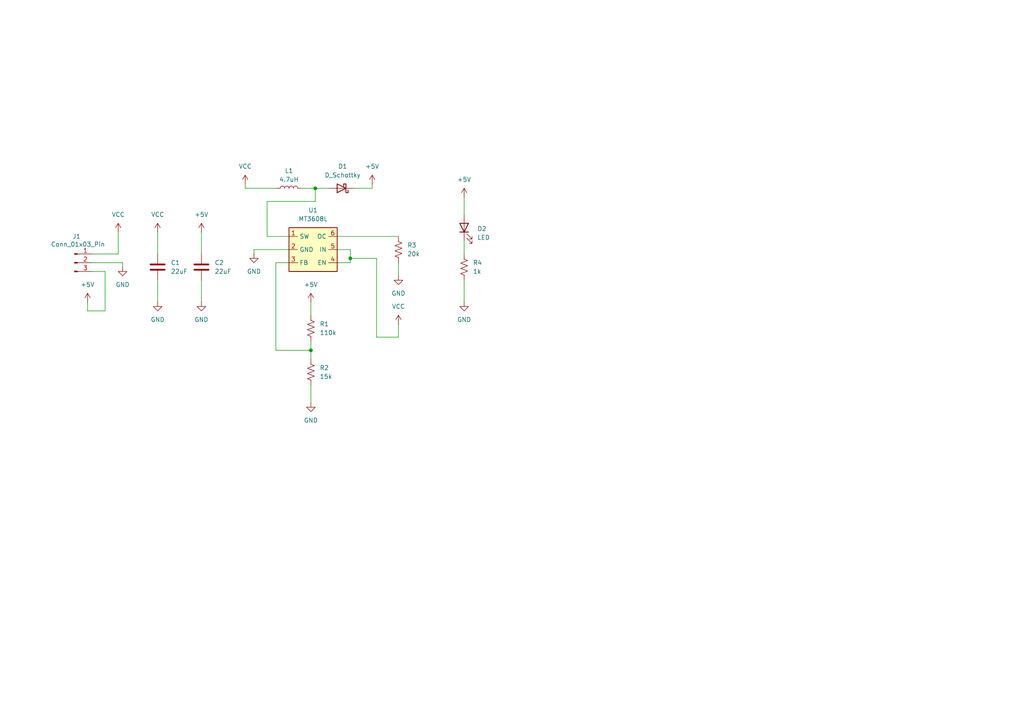
<source format=kicad_sch>
(kicad_sch (version 20250114) (generator "eeschema") (generator_version "9.0")
  (paper "A4")
  (lib_symbols
    (symbol "Connector:Conn_01x03_Pin" (pin_names (offset 1.016) (hide yes))
      (property "Reference" "J" (at 0 5.08 0))
      (property "Value" "Conn_01x03_Pin" (at 0 -5.08 0))
      (symbol "Conn_01x03_Pin_1_1"
        (rectangle (start 0.8636 2.667) (end 0 2.413) (stroke (width 0.1524)) (fill (type outline)))
        (rectangle (start 0.8636 0.127) (end 0 -0.127) (stroke (width 0.1524)) (fill (type outline)))
        (rectangle (start 0.8636 -2.413) (end 0 -2.667) (stroke (width 0.1524)) (fill (type outline)))
        (polyline (pts (xy 1.27 2.54) (xy 0.8636 2.54)) (stroke (width 0.1524)))
        (polyline (pts (xy 1.27 0) (xy 0.8636 0)) (stroke (width 0.1524)))
        (polyline (pts (xy 1.27 -2.54) (xy 0.8636 -2.54)) (stroke (width 0.1524)))
        (pin passive line (at 5.08 2.54 180) (length 3.81) (name "Pin_1") (number "1"))
        (pin passive line (at 5.08 0 180) (length 3.81) (name "Pin_2") (number "2"))
        (pin passive line (at 5.08 -2.54 180) (length 3.81) (name "Pin_3") (number "3"))
      )
    )
    (symbol "Device:C" (pin_numbers (hide yes)) (pin_names (offset 0.254))
      (property "Reference" "C" (at 0.635 2.54 0))
      (property "Value" "C" (at 0.635 -2.54 0))
      (symbol "C_0_1"
        (polyline (pts (xy -2.032 0.762) (xy 2.032 0.762)) (stroke (width 0.508)))
        (polyline (pts (xy -2.032 -0.762) (xy 2.032 -0.762)) (stroke (width 0.508)))
      )
      (symbol "C_1_1"
        (pin passive line (at 0 3.81 270) (length 2.794) (name "~") (number "1"))
        (pin passive line (at 0 -3.81 90) (length 2.794) (name "~") (number "2"))
      )
    )
    (symbol "Device:D_Schottky" (pin_numbers (hide yes)) (pin_names (offset 1.016) (hide yes))
      (property "Reference" "D" (at 0 2.54 0))
      (property "Value" "D_Schottky" (at 0 -2.54 0))
      (symbol "D_Schottky_0_1"
        (polyline (pts (xy -1.905 0.635) (xy -1.905 1.27) (xy -1.27 1.27) (xy -1.27 -1.27) (xy -0.635 -1.27) (xy -0.635 -0.635)) (stroke (width 0.254)))
        (polyline (pts (xy 1.27 1.27) (xy 1.27 -1.27) (xy -1.27 0) (xy 1.27 1.27)) (stroke (width 0.254)))
        (polyline (pts (xy 1.27 0) (xy -1.27 0)))
      )
      (symbol "D_Schottky_1_1"
        (pin passive line (at -3.81 0 0) (length 2.54) (name "K") (number "1"))
        (pin passive line (at 3.81 0 180) (length 2.54) (name "A") (number "2"))
      )
    )
    (symbol "Device:L" (pin_numbers (hide yes)) (pin_names (offset 1.016) (hide yes))
      (property "Reference" "L" (at -1.27 0 90))
      (property "Value" "L" (at 1.905 0 90))
      (symbol "L_0_1"
        (arc (start 0 2.54) (mid 0.6323 1.905) (end 0 1.27))
        (arc (start 0 1.27) (mid 0.6323 0.635) (end 0 0))
        (arc (start 0 0) (mid 0.6323 -0.635) (end 0 -1.27))
        (arc (start 0 -1.27) (mid 0.6323 -1.905) (end 0 -2.54))
      )
      (symbol "L_1_1"
        (pin passive line (at 0 3.81 270) (length 1.27) (name "1") (number "1"))
        (pin passive line (at 0 -3.81 90) (length 1.27) (name "2") (number "2"))
      )
    )
    (symbol "Device:LED" (pin_numbers (hide yes)) (pin_names (offset 1.016) (hide yes))
      (property "Reference" "D" (at 0 2.54 0))
      (property "Value" "LED" (at 0 -2.54 0))
      (symbol "LED_0_1"
        (polyline (pts (xy -3.048 -0.762) (xy -4.572 -2.286) (xy -3.81 -2.286) (xy -4.572 -2.286) (xy -4.572 -1.524)))
        (polyline (pts (xy -1.778 -0.762) (xy -3.302 -2.286) (xy -2.54 -2.286) (xy -3.302 -2.286) (xy -3.302 -1.524)))
        (polyline (pts (xy -1.27 0) (xy 1.27 0)))
        (polyline (pts (xy -1.27 -1.27) (xy -1.27 1.27)) (stroke (width 0.254)))
        (polyline (pts (xy 1.27 -1.27) (xy 1.27 1.27) (xy -1.27 0) (xy 1.27 -1.27)) (stroke (width 0.254)))
      )
      (symbol "LED_1_1"
        (pin passive line (at -3.81 0 0) (length 2.54) (name "K") (number "1"))
        (pin passive line (at 3.81 0 180) (length 2.54) (name "A") (number "2"))
      )
    )
    (symbol "Device:R_US" (pin_numbers (hide yes)) (pin_names (offset 0))
      (property "Reference" "R" (at 2.54 0 90))
      (property "Value" "R_US" (at -2.54 0 90))
      (symbol "R_US_0_1"
        (polyline (pts (xy 0 2.286) (xy 0 2.54)))
        (polyline (pts (xy 0 2.286) (xy 1.016 1.905) (xy 0 1.524) (xy -1.016 1.143) (xy 0 0.762)))
        (polyline (pts (xy 0 0.762) (xy 1.016 0.381) (xy 0 0) (xy -1.016 -0.381) (xy 0 -0.762)))
        (polyline (pts (xy 0 -0.762) (xy 1.016 -1.143) (xy 0 -1.524) (xy -1.016 -1.905) (xy 0 -2.286)))
        (polyline (pts (xy 0 -2.286) (xy 0 -2.54)))
      )
      (symbol "R_US_1_1"
        (pin passive line (at 0 3.81 270) (length 1.27) (name "~") (number "1"))
        (pin passive line (at 0 -3.81 90) (length 1.27) (name "~") (number "2"))
      )
    )
    (symbol "MT3608_1"
      (property "Reference" "U1" (at 1.905 10.16 0))
      (property "Value" "MT3608L" (at 1.905 7.62 0))
      (symbol "MT3608_1_0_1"
        (rectangle (start -5.08 5.08) (end 8.89 -7.62) (stroke (width 0.254)) (fill (type background)))
      )
      (symbol "MT3608_1_1_1"
        (pin passive line (at -5.08 2.54 0) (length 2.54) (name "SW") (number "1"))
        (pin power_in line (at -5.08 -1.27 0) (length 2.54) (name "GND") (number "2"))
        (pin input line (at -5.08 -5.08 0) (length 2.54) (name "FB") (number "3"))
        (pin no_connect line (at 5.08 0 180) (length 2.54) (hide yes) (name "NC") (number "6"))
        (pin input line (at 8.89 2.54 180) (length 2.54) (name "OC") (number "6"))
        (pin power_in line (at 8.89 -1.27 180) (length 2.54) (name "IN") (number "5"))
        (pin input line (at 8.89 -5.08 180) (length 2.54) (name "EN") (number "4"))
      )
    )
    (symbol "power:+5V" (power) (pin_numbers (hide yes)) (pin_names (offset 0) (hide yes))
      (property "Value" "+5V" (at 0 3.556 0))
      (symbol "+5V_0_1"
        (polyline (pts (xy -0.762 1.27) (xy 0 2.54)))
        (polyline (pts (xy 0 2.54) (xy 0.762 1.27)))
        (polyline (pts (xy 0 0) (xy 0 2.54)))
      )
      (symbol "+5V_1_1"
        (pin power_in line (at 0 0 90) (length 0) (name "~") (number "1"))
      )
    )
    (symbol "power:GND" (power) (pin_numbers (hide yes)) (pin_names (offset 0) (hide yes))
      (property "Value" "GND" (at 0 -3.81 0))
      (symbol "GND_0_1"
        (polyline (pts (xy 0 0) (xy 0 -1.27) (xy 1.27 -1.27) (xy 0 -2.54) (xy -1.27 -1.27) (xy 0 -1.27)))
      )
      (symbol "GND_1_1"
        (pin power_in line (at 0 0 270) (length 0) (name "~") (number "1"))
      )
    )
    (symbol "power:VCC" (power) (pin_numbers (hide yes)) (pin_names (offset 0) (hide yes))
      (property "Value" "VCC" (at 0 3.556 0))
      (symbol "VCC_0_1"
        (polyline (pts (xy -0.762 1.27) (xy 0 2.54)))
        (polyline (pts (xy 0 2.54) (xy 0.762 1.27)))
        (polyline (pts (xy 0 0) (xy 0 2.54)))
      )
      (symbol "VCC_1_1"
        (pin power_in line (at 0 0 90) (length 0) (name "~") (number "1"))
      )
    )
  )
  (junction (at 101.6 74.93))
  (junction (at 90.17 101.6))
  (junction (at 91.44 54.61))
  (wire (pts (xy 26.67 76.2) (xy 35.56 76.2)))
  (wire (pts (xy 71.12 54.61) (xy 71.12 53.34)))
  (wire (pts (xy 101.6 72.39) (xy 101.6 74.93)))
  (wire (pts (xy 115.57 76.2) (xy 115.57 80.01)))
  (wire (pts (xy 134.62 81.28) (xy 134.62 87.63)))
  (wire (pts (xy 45.72 67.31) (xy 45.72 73.66)))
  (wire (pts (xy 102.87 54.61) (xy 107.95 54.61)))
  (wire (pts (xy 80.01 76.2) (xy 80.01 101.6)))
  (wire (pts (xy 90.17 101.6) (xy 90.17 99.06)))
  (wire (pts (xy 115.57 97.79) (xy 109.22 97.79)))
  (wire (pts (xy 101.6 74.93) (xy 109.22 74.93)))
  (wire (pts (xy 134.62 69.85) (xy 134.62 73.66)))
  (wire (pts (xy 30.48 90.17) (xy 25.4 90.17)))
  (wire (pts (xy 58.42 67.31) (xy 58.42 73.66)))
  (wire (pts (xy 58.42 81.28) (xy 58.42 87.63)))
  (wire (pts (xy 101.6 74.93) (xy 101.6 76.2)))
  (wire (pts (xy 109.22 97.79) (xy 109.22 74.93)))
  (wire (pts (xy 30.48 78.74) (xy 30.48 90.17)))
  (wire (pts (xy 26.67 73.66) (xy 34.29 73.66)))
  (wire (pts (xy 77.47 58.42) (xy 91.44 58.42)))
  (wire (pts (xy 97.79 76.2) (xy 101.6 76.2)))
  (wire (pts (xy 34.29 73.66) (xy 34.29 67.31)))
  (wire (pts (xy 80.01 101.6) (xy 90.17 101.6)))
  (wire (pts (xy 115.57 93.98) (xy 115.57 97.79)))
  (wire (pts (xy 91.44 58.42) (xy 91.44 54.61)))
  (wire (pts (xy 80.01 54.61) (xy 71.12 54.61)))
  (wire (pts (xy 45.72 81.28) (xy 45.72 87.63)))
  (wire (pts (xy 107.95 53.34) (xy 107.95 54.61)))
  (wire (pts (xy 83.82 68.58) (xy 77.47 68.58)))
  (wire (pts (xy 97.79 68.58) (xy 115.57 68.58)))
  (wire (pts (xy 134.62 57.15) (xy 134.62 62.23)))
  (wire (pts (xy 26.67 78.74) (xy 30.48 78.74)))
  (wire (pts (xy 97.79 72.39) (xy 101.6 72.39)))
  (wire (pts (xy 90.17 101.6) (xy 90.17 104.14)))
  (wire (pts (xy 77.47 68.58) (xy 77.47 58.42)))
  (wire (pts (xy 73.66 72.39) (xy 73.66 73.66)))
  (wire (pts (xy 83.82 72.39) (xy 73.66 72.39)))
  (wire (pts (xy 35.56 76.2) (xy 35.56 77.47)))
  (wire (pts (xy 90.17 87.63) (xy 90.17 91.44)))
  (wire (pts (xy 87.63 54.61) (xy 91.44 54.61)))
  (wire (pts (xy 90.17 111.76) (xy 90.17 116.84)))
  (wire (pts (xy 25.4 90.17) (xy 25.4 87.63)))
  (wire (pts (xy 91.44 54.61) (xy 95.25 54.61)))
  (wire (pts (xy 83.82 76.2) (xy 80.01 76.2)))
  (symbol (lib_id "Device:R_US") (at 134.62 77.47 180) (unit 1)
    (property "Reference" "R4" (at 137.16 76.1999 0) (effects (justify right)))
    (property "Value" "1k" (at 137.16 78.7399 0) (effects (justify right)))
    (property "Footprint" "Resistor_SMD:R_0805_2012Metric" (effects (hide yes)))
    (property "Description" "Resistor, US symbol" (effects (hide yes)))
  )
  (symbol (lib_id "Device:R_US") (at 90.17 107.95 0) (unit 1)
    (property "Reference" "R2" (at 92.71 106.6799 0) (effects (justify left)))
    (property "Value" "15k" (at 92.71 109.2199 0) (effects (justify left)))
    (property "Footprint" "Resistor_SMD:R_0805_2012Metric" (effects (hide yes)))
    (property "Description" "Resistor, US symbol" (effects (hide yes)))
  )
  (symbol (lib_id "power:VCC") (at 115.57 93.98 0) (unit 1)
    (property "Reference" "#PWR02" (effects (hide yes)))
    (property "Value" "VCC" (at 115.57 88.9 0))
    (property "Description" "Power symbol creates a global label with name \"VCC\"" (effects (hide yes)))
  )
  (symbol (lib_id "power:GND") (at 90.17 116.84 0) (unit 1)
    (property "Reference" "#PWR04" (effects (hide yes)))
    (property "Value" "GND" (at 90.17 121.92 0))
    (property "Description" "Power symbol creates a global label with name \"GND\" , ground" (effects (hide yes)))
  )
  (symbol (lib_id "power:VCC") (at 45.72 67.31 0) (unit 1)
    (property "Reference" "#PWR010" (effects (hide yes)))
    (property "Value" "VCC" (at 45.72 62.23 0))
    (property "Description" "Power symbol creates a global label with name \"VCC\"" (effects (hide yes)))
  )
  (symbol (lib_id "power:GND") (at 134.62 87.63 0) (unit 1)
    (property "Reference" "#PWR015" (effects (hide yes)))
    (property "Value" "GND" (at 134.62 92.71 0))
    (property "Description" "Power symbol creates a global label with name \"GND\" , ground" (effects (hide yes)))
  )
  (symbol (lib_id "power:+5V") (at 107.95 53.34 0) (unit 1)
    (property "Reference" "#PWR06" (effects (hide yes)))
    (property "Value" "+5V" (at 107.95 48.26 0))
    (property "Description" "Power symbol creates a global label with name \"+5V\"" (effects (hide yes)))
  )
  (symbol (lib_id "Device:LED") (at 134.62 66.04 90) (unit 1)
    (property "Reference" "D2" (at 138.43 66.3574 90) (effects (justify right)))
    (property "Value" "LED" (at 138.43 68.8974 90) (effects (justify right)))
    (property "Footprint" "LED_SMD:LED_0805_2012Metric" (effects (hide yes)))
    (property "Description" "Light emitting diode" (effects (hide yes)))
    (property "Sim.Pins" "1=K 2=A" (effects (hide yes)))
  )
  (symbol (lib_id "power:+5V") (at 58.42 67.31 0) (unit 1)
    (property "Reference" "#PWR011" (effects (hide yes)))
    (property "Value" "+5V" (at 58.42 62.23 0))
    (property "Description" "Power symbol creates a global label with name \"+5V\"" (effects (hide yes)))
  )
  (symbol (lib_id "power:VCC") (at 71.12 53.34 0) (unit 1)
    (property "Reference" "#PWR07" (effects (hide yes)))
    (property "Value" "VCC" (at 71.12 48.26 0))
    (property "Description" "Power symbol creates a global label with name \"VCC\"" (effects (hide yes)))
  )
  (symbol (lib_id "power:VCC") (at 34.29 67.31 0) (unit 1)
    (property "Reference" "#PWR014" (effects (hide yes)))
    (property "Value" "VCC" (at 34.29 62.23 0))
    (property "Description" "Power symbol creates a global label with name \"VCC\"" (effects (hide yes)))
  )
  (symbol (lib_id "power:+5V") (at 134.62 57.15 0) (unit 1)
    (property "Reference" "#PWR016" (effects (hide yes)))
    (property "Value" "+5V" (at 134.62 52.07 0))
    (property "Description" "Power symbol creates a global label with name \"+5V\"" (effects (hide yes)))
  )
  (symbol (lib_id "Device:R_US") (at 115.57 72.39 0) (unit 1)
    (property "Reference" "R3" (at 118.11 71.1199 0) (effects (justify left)))
    (property "Value" "20k" (at 118.11 73.6599 0) (effects (justify left)))
    (property "Footprint" "Resistor_SMD:R_0805_2012Metric" (effects (hide yes)))
    (property "Description" "Resistor, US symbol" (effects (hide yes)))
  )
  (symbol (lib_id "power:GND") (at 58.42 87.63 0) (unit 1)
    (property "Reference" "#PWR09" (effects (hide yes)))
    (property "Value" "GND" (at 58.42 92.71 0))
    (property "Description" "Power symbol creates a global label with name \"GND\" , ground" (effects (hide yes)))
  )
  (symbol (lib_id "Device:C") (at 45.72 77.47 0) (unit 1)
    (property "Reference" "C1" (at 49.53 76.1999 0) (effects (justify left)))
    (property "Value" "22uF" (at 49.53 78.7399 0) (effects (justify left)))
    (property "Footprint" "Capacitor_SMD:CP_Elec_4x3" (effects (hide yes)))
    (property "Description" "Unpolarized capacitor" (effects (hide yes)))
  )
  (symbol (lib_id "Device:R_US") (at 90.17 95.25 0) (unit 1)
    (property "Reference" "R1" (at 92.71 93.9799 0) (effects (justify left)))
    (property "Value" "110k" (at 92.71 96.5199 0) (effects (justify left)))
    (property "Footprint" "Resistor_SMD:R_0805_2012Metric" (effects (hide yes)))
    (property "Description" "Resistor, US symbol" (effects (hide yes)))
  )
  (symbol (lib_id "power:GND") (at 115.57 80.01 0) (unit 1)
    (property "Reference" "#PWR05" (effects (hide yes)))
    (property "Value" "GND" (at 115.57 85.09 0))
    (property "Description" "Power symbol creates a global label with name \"GND\" , ground" (effects (hide yes)))
  )
  (symbol (lib_id "Device:D_Schottky") (at 99.06 54.61 180) (unit 1)
    (property "Reference" "D1" (at 99.3775 48.26 0))
    (property "Value" "D_Schottky" (at 99.3775 50.8 0))
    (property "Footprint" "Diode_SMD:D_SOD-123" (effects (hide yes)))
    (property "Description" "Schottky diode" (effects (hide yes)))
  )
  (symbol (lib_name "MT3608_1") (lib_id "Regulator_Switching:MT3608") (at 88.9 71.12 0) (unit 1)
    (property "Reference" "U1" (at 90.805 60.96 0))
    (property "Value" "MT3608L" (at 90.805 63.5 0))
    (property "Footprint" "Package_TO_SOT_SMD:SOT-23-6" (effects (hide yes)))
    (property "Datasheet" "https://www.olimex.com/Products/Breadboarding/BB-PWR-3608/resources/MT3608.pdf" (effects (hide yes)))
    (property "Description" "High Efficiency 1.2MHz 2A Step Up Converter, 2-24V Vin, 28V Vout, 4A current limit, 1.2MHz, SOT23-6" (effects (hide yes)))
  )
  (symbol (lib_id "power:GND") (at 73.66 73.66 0) (unit 1)
    (property "Reference" "#PWR03" (effects (hide yes)))
    (property "Value" "GND" (at 73.66 78.74 0))
    (property "Description" "Power symbol creates a global label with name \"GND\" , ground" (effects (hide yes)))
  )
  (symbol (lib_id "power:+5V") (at 25.4 87.63 0) (unit 1)
    (property "Reference" "#PWR012" (effects (hide yes)))
    (property "Value" "+5V" (at 25.4 82.55 0))
    (property "Description" "Power symbol creates a global label with name \"+5V\"" (effects (hide yes)))
  )
  (symbol (lib_id "power:GND") (at 35.56 77.47 0) (unit 1)
    (property "Reference" "#PWR013" (effects (hide yes)))
    (property "Value" "GND" (at 35.56 82.55 0))
    (property "Description" "Power symbol creates a global label with name \"GND\" , ground" (effects (hide yes)))
  )
  (symbol (lib_id "power:+5V") (at 90.17 87.63 0) (unit 1)
    (property "Reference" "#PWR01" (effects (hide yes)))
    (property "Value" "+5V" (at 90.17 82.55 0))
    (property "Description" "Power symbol creates a global label with name \"+5V\"" (effects (hide yes)))
  )
  (symbol (lib_id "Connector:Conn_01x03_Pin") (at 21.59 76.2 0) (unit 1)
    (property "Reference" "J1" (at 22.225 68.58 0))
    (property "Value" "Conn_01x03_Pin" (at 22.606 70.866 0))
    (property "Footprint" "Connector_PinSocket_2.54mm:PinSocket_1x03_P2.54mm_Vertical" (effects (hide yes)))
    (property "Description" "Generic connector, single row, 01x03, script generated" (effects (hide yes)))
  )
  (symbol (lib_id "power:GND") (at 45.72 87.63 0) (unit 1)
    (property "Reference" "#PWR08" (effects (hide yes)))
    (property "Value" "GND" (at 45.72 92.71 0))
    (property "Description" "Power symbol creates a global label with name \"GND\" , ground" (effects (hide yes)))
  )
  (symbol (lib_id "Device:C") (at 58.42 77.47 0) (unit 1)
    (property "Reference" "C2" (at 62.23 76.1999 0) (effects (justify left)))
    (property "Value" "22uF" (at 62.23 78.7399 0) (effects (justify left)))
    (property "Footprint" "Capacitor_SMD:CP_Elec_4x3" (effects (hide yes)))
    (property "Description" "Unpolarized capacitor" (effects (hide yes)))
  )
  (symbol (lib_id "Device:L") (at 83.82 54.61 90) (unit 1)
    (property "Reference" "L1" (at 83.82 49.53 90))
    (property "Value" "4.7uH" (at 83.82 52.07 90))
    (property "Footprint" "Inductor_SMD:L_0805_2012Metric" (effects (hide yes)))
    (property "Description" "Inductor" (effects (hide yes)))
  )
)
</source>
